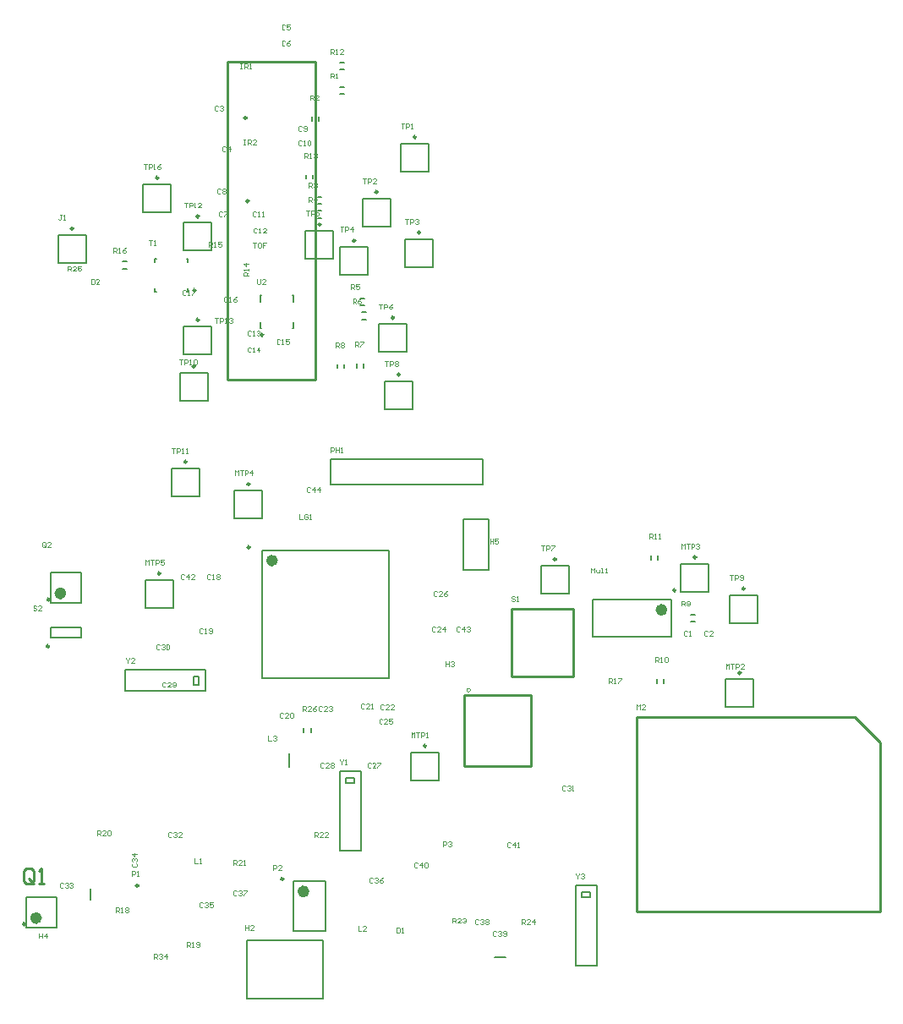
<source format=gto>
G04 Layer_Color=65535*
%FSLAX25Y25*%
%MOIN*%
G70*
G01*
G75*
%ADD46C,0.01000*%
%ADD60C,0.00200*%
%ADD61C,0.00984*%
%ADD62C,0.02362*%
%ADD63C,0.00500*%
%ADD64C,0.00787*%
%ADD65C,0.00492*%
D46*
X93700Y353300D02*
G03*
X93700Y353300I-500J0D01*
G01*
X94500Y320500D02*
G03*
X94500Y320500I-500J0D01*
G01*
X333326Y117000D02*
X343426Y106900D01*
Y40500D02*
Y106900D01*
X247426Y40500D02*
X343426D01*
X247426D02*
Y117000D01*
X333326D01*
X179488Y97616D02*
Y125802D01*
X205685Y97616D02*
Y125802D01*
X179488D02*
X205685D01*
X179488Y97616D02*
X205685D01*
X222520Y133100D02*
Y159600D01*
X198021D02*
X222520D01*
X198021Y133100D02*
Y159600D01*
Y133100D02*
X222520D01*
X86200Y375500D02*
X120700D01*
Y249900D02*
Y375500D01*
X86200Y249900D02*
X120700D01*
X86200D02*
Y375500D01*
X9899Y52400D02*
Y56398D01*
X8899Y57398D01*
X6900D01*
X5900Y56398D01*
Y52400D01*
X6900Y51400D01*
X8899D01*
X7899Y53399D02*
X9899Y51400D01*
X8899D02*
X9899Y52400D01*
X11898Y51400D02*
X13897D01*
X12898D01*
Y57398D01*
X11898Y56398D01*
D60*
X181912Y127660D02*
G03*
X181912Y127660I-742J0D01*
G01*
D61*
X51018Y50643D02*
G03*
X51018Y50643I-492J0D01*
G01*
X73547Y285295D02*
G03*
X73547Y285295I-492J0D01*
G01*
X262824Y167024D02*
G03*
X262824Y167024I-492J0D01*
G01*
X25292Y309571D02*
G03*
X25292Y309571I-492J0D01*
G01*
X164492Y105671D02*
G03*
X164492Y105671I-492J0D01*
G01*
X270892Y180071D02*
G03*
X270892Y180071I-492J0D01*
G01*
X59692Y173671D02*
G03*
X59692Y173671I-492J0D01*
G01*
X94892Y208871D02*
G03*
X94892Y208871I-492J0D01*
G01*
X108164Y53246D02*
G03*
X108164Y53246I-492J0D01*
G01*
X160492Y345671D02*
G03*
X160492Y345671I-492J0D01*
G01*
X145292Y324071D02*
G03*
X145292Y324071I-492J0D01*
G01*
X162092Y308071D02*
G03*
X162092Y308071I-492J0D01*
G01*
X122892Y311271D02*
G03*
X122892Y311271I-492J0D01*
G01*
X151692Y274471D02*
G03*
X151692Y274471I-492J0D01*
G01*
X215692Y179271D02*
G03*
X215692Y179271I-492J0D01*
G01*
X154092Y252071D02*
G03*
X154092Y252071I-492J0D01*
G01*
X290092Y167671D02*
G03*
X290092Y167671I-492J0D01*
G01*
X70092Y217671D02*
G03*
X70092Y217671I-492J0D01*
G01*
X74892Y314471D02*
G03*
X74892Y314471I-492J0D01*
G01*
X58892Y329671D02*
G03*
X58892Y329671I-492J0D01*
G01*
X100187Y267745D02*
G03*
X100187Y267745I-492J0D01*
G01*
X136492Y304871D02*
G03*
X136492Y304871I-492J0D01*
G01*
X94977Y183978D02*
G03*
X94977Y183978I-492J0D01*
G01*
X73292Y255271D02*
G03*
X73292Y255271I-492J0D01*
G01*
X15987Y163423D02*
G03*
X15987Y163423I-492J0D01*
G01*
X6387Y35423D02*
G03*
X6387Y35423I-492J0D01*
G01*
X15805Y144987D02*
G03*
X15805Y144987I-492J0D01*
G01*
X288492Y134471D02*
G03*
X288492Y134471I-492J0D01*
G01*
X74892Y273671D02*
G03*
X74892Y273671I-492J0D01*
G01*
D62*
X258395Y159346D02*
G03*
X258395Y159346I-1181J0D01*
G01*
X117219Y48305D02*
G03*
X117219Y48305I-1181J0D01*
G01*
X104820Y178761D02*
G03*
X104820Y178761I-1181J0D01*
G01*
X21416Y165835D02*
G03*
X21416Y165835I-1181J0D01*
G01*
X11816Y37835D02*
G03*
X11816Y37835I-1181J0D01*
G01*
D63*
X223300Y50600D02*
X231400D01*
X231600Y50400D01*
X223300Y19100D02*
X231400D01*
X223300D02*
Y50600D01*
X229252Y45994D02*
Y48000D01*
X225700D02*
X229252D01*
X225700Y45994D02*
Y48000D01*
Y45994D02*
X229252D01*
X227400Y48000D02*
X227600D01*
X227400Y46000D02*
X227600D01*
X231600Y19100D02*
Y50400D01*
X77300Y127500D02*
Y135600D01*
X77100Y127300D02*
X77300Y127500D01*
X45800D02*
Y135600D01*
X77300D01*
X72694Y129648D02*
X74700D01*
Y133200D01*
X72694D02*
X74700D01*
X72694Y129648D02*
Y133200D01*
X74700Y131300D02*
Y131500D01*
X72700Y131300D02*
Y131500D01*
X45800Y127300D02*
X77100D01*
X130300Y95800D02*
X138400D01*
X138600Y95600D01*
X130300Y64300D02*
X138400D01*
X130300D02*
Y95800D01*
X136252Y91194D02*
Y93200D01*
X132700D02*
X136252D01*
X132700Y91194D02*
Y93200D01*
Y91194D02*
X136252D01*
X134400Y93200D02*
X134600D01*
X134400Y91200D02*
X134600D01*
X138600Y64300D02*
Y95600D01*
X93885Y29151D02*
X123806D01*
X93885Y5923D02*
Y29151D01*
Y5923D02*
X123806D01*
Y29151D01*
D64*
X70496Y284704D02*
Y286121D01*
X70063Y284704D02*
X70496D01*
X57504D02*
X57937D01*
X57504D02*
Y286121D01*
Y296279D02*
Y297696D01*
X57937D01*
X70496Y296279D02*
Y297696D01*
X70063D02*
X70496D01*
X230049Y163284D02*
X261151D01*
X230049Y148716D02*
X261151D01*
Y163284D01*
X230049Y148716D02*
Y163284D01*
X191435Y22400D02*
X195765D01*
X19288Y307012D02*
X30312D01*
X30312Y295988D02*
Y307012D01*
X19288Y295988D02*
X30312D01*
X19288Y295988D02*
Y307012D01*
X158488Y103112D02*
X169512D01*
X169512Y92088D02*
Y103112D01*
X158488Y92088D02*
X169512D01*
X158488Y92088D02*
Y103112D01*
X264888Y177512D02*
X275912D01*
X275912Y166488D02*
Y177512D01*
X264888Y166488D02*
X275912D01*
X264888Y166488D02*
Y177512D01*
X53688Y171112D02*
X64712D01*
X64712Y160088D02*
Y171112D01*
X53688Y160088D02*
X64712D01*
X53688Y160088D02*
Y171112D01*
X88888Y206312D02*
X99912D01*
X99912Y195288D02*
Y206312D01*
X88888Y195288D02*
X99912D01*
X88888Y195288D02*
Y206312D01*
X112101Y32557D02*
Y52242D01*
X124699Y32557D02*
Y52242D01*
X112101D02*
X124699D01*
X112101Y32557D02*
X124699D01*
X130413Y362622D02*
X131987D01*
X130413Y365378D02*
X131987D01*
X268813Y157378D02*
X270387D01*
X268813Y154622D02*
X270387D01*
X258178Y130413D02*
Y131987D01*
X255422Y130413D02*
Y131987D01*
X253022Y179213D02*
Y180787D01*
X255778Y179213D02*
Y180787D01*
X130413Y372222D02*
X131987D01*
X130413Y374978D02*
X131987D01*
X117022Y329300D02*
Y330875D01*
X119778Y329300D02*
Y330875D01*
X44813Y293822D02*
X46387D01*
X44813Y296578D02*
X46387D01*
X118978Y111213D02*
Y112787D01*
X116222Y111213D02*
Y112787D01*
X154488Y343112D02*
X165512D01*
X165512Y332088D02*
Y343112D01*
X154488Y332088D02*
X165512D01*
X154488Y332088D02*
Y343112D01*
X139288Y321512D02*
X150312D01*
X150312Y310488D02*
Y321512D01*
X139288Y310488D02*
X150312D01*
X139288Y310488D02*
Y321512D01*
X156088Y305512D02*
X167112D01*
X167112Y294488D02*
Y305512D01*
X156088Y294488D02*
X167112D01*
X156088Y294488D02*
Y305512D01*
X116888Y308712D02*
X127912D01*
X127912Y297688D02*
Y308712D01*
X116888Y297688D02*
X127912D01*
X116888Y297688D02*
Y308712D01*
X145688Y271912D02*
X156712D01*
X156712Y260888D02*
Y271912D01*
X145688Y260888D02*
X156712D01*
X145688Y260888D02*
Y271912D01*
X209688Y176712D02*
X220712D01*
X220712Y165688D02*
Y176712D01*
X209688Y165688D02*
X220712D01*
X209688Y165688D02*
Y176712D01*
X148088Y249512D02*
X159112D01*
X159112Y238488D02*
Y249512D01*
X148088Y238488D02*
X159112D01*
X148088Y238488D02*
Y249512D01*
X284088Y165112D02*
X295112D01*
X295112Y154088D02*
Y165112D01*
X284088Y154088D02*
X295112D01*
X284088Y154088D02*
Y165112D01*
X64088Y215112D02*
X75112D01*
X75112Y204088D02*
Y215112D01*
X64088Y204088D02*
X75112D01*
X64088Y204088D02*
Y215112D01*
X68888Y311912D02*
X79912D01*
X79912Y300888D02*
Y311912D01*
X68888Y300888D02*
X79912D01*
X68888Y300888D02*
Y311912D01*
X52888Y327112D02*
X63912D01*
X63912Y316088D02*
Y327112D01*
X52888Y316088D02*
X63912D01*
X52888Y316088D02*
Y327112D01*
X112096Y270304D02*
Y272765D01*
X111604Y270304D02*
X112096D01*
Y280835D02*
Y283296D01*
X111604D02*
X112096D01*
X99104D02*
X99596D01*
X99104Y280835D02*
Y283296D01*
Y270304D02*
Y272765D01*
Y270304D02*
X99596D01*
X32000Y45035D02*
Y49365D01*
X110400Y97441D02*
Y102559D01*
X122178Y352013D02*
Y353587D01*
X119422Y352013D02*
Y353587D01*
X121613Y322178D02*
X123187D01*
X121613Y319422D02*
X123187D01*
X121613Y316578D02*
X123187D01*
X121613Y313822D02*
X123187D01*
X138413Y282178D02*
X139987D01*
X138413Y279422D02*
X139987D01*
X139213Y276578D02*
X140787D01*
X139213Y273822D02*
X140787D01*
X137022Y254813D02*
Y256387D01*
X139778Y254813D02*
Y256387D01*
X129322Y254613D02*
Y256187D01*
X132078Y254613D02*
Y256187D01*
X189000Y175200D02*
Y195200D01*
X179000D02*
X189000D01*
X179000Y175200D02*
Y195200D01*
Y175200D02*
X189000D01*
X126600Y208600D02*
X186600D01*
X126600Y218600D02*
X186600D01*
X126600Y208600D02*
Y218600D01*
X186600Y208600D02*
Y218600D01*
X130488Y302312D02*
X141512D01*
X141512Y291288D02*
Y302312D01*
X130488Y291288D02*
X141512D01*
X130488Y291288D02*
Y302312D01*
X99702Y132502D02*
X149898D01*
X99702Y182698D02*
X149898D01*
Y132502D02*
Y182698D01*
X99702Y132502D02*
Y182698D01*
X67288Y252712D02*
X78312D01*
X78312Y241688D02*
Y252712D01*
X67288Y241688D02*
X78312D01*
X67288Y241688D02*
Y252712D01*
X16298Y161898D02*
X28502D01*
X16298Y174102D02*
X28502D01*
X16298Y161898D02*
Y174102D01*
X28502Y161898D02*
Y174102D01*
X6698Y33898D02*
X18902D01*
X6698Y46102D02*
X18902D01*
X6698Y33898D02*
Y46102D01*
X18902Y33898D02*
Y46102D01*
X16495Y148432D02*
Y152368D01*
X28306Y148432D02*
Y152368D01*
X16495Y148432D02*
X28306D01*
X16495Y152368D02*
X28306D01*
X282488Y131912D02*
X293512D01*
X293512Y120888D02*
Y131912D01*
X282488Y120888D02*
X293512D01*
X282488Y120888D02*
Y131912D01*
X68888Y271112D02*
X79912D01*
X79912Y260088D02*
Y271112D01*
X68888Y260088D02*
X79912D01*
X68888Y260088D02*
Y271112D01*
D65*
X199312Y164240D02*
X198984Y164568D01*
X198328D01*
X198000Y164240D01*
Y163912D01*
X198328Y163584D01*
X198984D01*
X199312Y163256D01*
Y162928D01*
X198984Y162600D01*
X198328D01*
X198000Y162928D01*
X199968Y162600D02*
X200624D01*
X200296D01*
Y164568D01*
X199968Y164240D01*
X267412Y150640D02*
X267084Y150968D01*
X266428D01*
X266100Y150640D01*
Y149328D01*
X266428Y149000D01*
X267084D01*
X267412Y149328D01*
X268068Y149000D02*
X268724D01*
X268396D01*
Y150968D01*
X268068Y150640D01*
X275412D02*
X275084Y150968D01*
X274428D01*
X274100Y150640D01*
Y149328D01*
X274428Y149000D01*
X275084D01*
X275412Y149328D01*
X277380Y149000D02*
X276068D01*
X277380Y150312D01*
Y150640D01*
X277052Y150968D01*
X276396D01*
X276068Y150640D01*
X82512Y357740D02*
X82184Y358068D01*
X81528D01*
X81200Y357740D01*
Y356428D01*
X81528Y356100D01*
X82184D01*
X82512Y356428D01*
X83168Y357740D02*
X83496Y358068D01*
X84152D01*
X84480Y357740D01*
Y357412D01*
X84152Y357084D01*
X83824D01*
X84152D01*
X84480Y356756D01*
Y356428D01*
X84152Y356100D01*
X83496D01*
X83168Y356428D01*
X85312Y341640D02*
X84984Y341968D01*
X84328D01*
X84000Y341640D01*
Y340328D01*
X84328Y340000D01*
X84984D01*
X85312Y340328D01*
X86952Y340000D02*
Y341968D01*
X85968Y340984D01*
X87280D01*
X108912Y389740D02*
X108584Y390068D01*
X107928D01*
X107600Y389740D01*
Y388428D01*
X107928Y388100D01*
X108584D01*
X108912Y388428D01*
X110880Y390068D02*
X109568D01*
Y389084D01*
X110224Y389412D01*
X110552D01*
X110880Y389084D01*
Y388428D01*
X110552Y388100D01*
X109896D01*
X109568Y388428D01*
X108912Y383340D02*
X108584Y383668D01*
X107928D01*
X107600Y383340D01*
Y382028D01*
X107928Y381700D01*
X108584D01*
X108912Y382028D01*
X110880Y383668D02*
X110224Y383340D01*
X109568Y382684D01*
Y382028D01*
X109896Y381700D01*
X110552D01*
X110880Y382028D01*
Y382356D01*
X110552Y382684D01*
X109568D01*
X84112Y316140D02*
X83784Y316468D01*
X83128D01*
X82800Y316140D01*
Y314828D01*
X83128Y314500D01*
X83784D01*
X84112Y314828D01*
X84768Y316468D02*
X86080D01*
Y316140D01*
X84768Y314828D01*
Y314500D01*
X83312Y325040D02*
X82984Y325368D01*
X82328D01*
X82000Y325040D01*
Y323728D01*
X82328Y323400D01*
X82984D01*
X83312Y323728D01*
X83968Y325040D02*
X84296Y325368D01*
X84952D01*
X85280Y325040D01*
Y324712D01*
X84952Y324384D01*
X85280Y324056D01*
Y323728D01*
X84952Y323400D01*
X84296D01*
X83968Y323728D01*
Y324056D01*
X84296Y324384D01*
X83968Y324712D01*
Y325040D01*
X84296Y324384D02*
X84952D01*
X115312Y349740D02*
X114984Y350068D01*
X114328D01*
X114000Y349740D01*
Y348428D01*
X114328Y348100D01*
X114984D01*
X115312Y348428D01*
X115968D02*
X116296Y348100D01*
X116952D01*
X117280Y348428D01*
Y349740D01*
X116952Y350068D01*
X116296D01*
X115968Y349740D01*
Y349412D01*
X116296Y349084D01*
X117280D01*
X115312Y344140D02*
X114984Y344468D01*
X114328D01*
X114000Y344140D01*
Y342828D01*
X114328Y342500D01*
X114984D01*
X115312Y342828D01*
X115968Y342500D02*
X116624D01*
X116296D01*
Y344468D01*
X115968Y344140D01*
X117608D02*
X117936Y344468D01*
X118592D01*
X118920Y344140D01*
Y342828D01*
X118592Y342500D01*
X117936D01*
X117608Y342828D01*
Y344140D01*
X97512Y315940D02*
X97184Y316268D01*
X96528D01*
X96200Y315940D01*
Y314628D01*
X96528Y314300D01*
X97184D01*
X97512Y314628D01*
X98168Y314300D02*
X98824D01*
X98496D01*
Y316268D01*
X98168Y315940D01*
X99808Y314300D02*
X100464D01*
X100136D01*
Y316268D01*
X99808Y315940D01*
X97712Y309540D02*
X97384Y309868D01*
X96728D01*
X96400Y309540D01*
Y308228D01*
X96728Y307900D01*
X97384D01*
X97712Y308228D01*
X98368Y307900D02*
X99024D01*
X98696D01*
Y309868D01*
X98368Y309540D01*
X101320Y307900D02*
X100008D01*
X101320Y309212D01*
Y309540D01*
X100992Y309868D01*
X100336D01*
X100008Y309540D01*
X95312Y268940D02*
X94984Y269268D01*
X94328D01*
X94000Y268940D01*
Y267628D01*
X94328Y267300D01*
X94984D01*
X95312Y267628D01*
X95968Y267300D02*
X96624D01*
X96296D01*
Y269268D01*
X95968Y268940D01*
X97608D02*
X97936Y269268D01*
X98592D01*
X98920Y268940D01*
Y268612D01*
X98592Y268284D01*
X98264D01*
X98592D01*
X98920Y267956D01*
Y267628D01*
X98592Y267300D01*
X97936D01*
X97608Y267628D01*
X95312Y262540D02*
X94984Y262868D01*
X94328D01*
X94000Y262540D01*
Y261228D01*
X94328Y260900D01*
X94984D01*
X95312Y261228D01*
X95968Y260900D02*
X96624D01*
X96296D01*
Y262868D01*
X95968Y262540D01*
X98592Y260900D02*
Y262868D01*
X97608Y261884D01*
X98920D01*
X106912Y265640D02*
X106584Y265968D01*
X105928D01*
X105600Y265640D01*
Y264328D01*
X105928Y264000D01*
X106584D01*
X106912Y264328D01*
X107568Y264000D02*
X108224D01*
X107896D01*
Y265968D01*
X107568Y265640D01*
X110520Y265968D02*
X109208D01*
Y264984D01*
X109864Y265312D01*
X110192D01*
X110520Y264984D01*
Y264328D01*
X110192Y264000D01*
X109536D01*
X109208Y264328D01*
X86112Y282440D02*
X85784Y282768D01*
X85128D01*
X84800Y282440D01*
Y281128D01*
X85128Y280800D01*
X85784D01*
X86112Y281128D01*
X86768Y280800D02*
X87424D01*
X87096D01*
Y282768D01*
X86768Y282440D01*
X89720Y282768D02*
X89064Y282440D01*
X88408Y281784D01*
Y281128D01*
X88736Y280800D01*
X89392D01*
X89720Y281128D01*
Y281456D01*
X89392Y281784D01*
X88408D01*
X69812Y285040D02*
X69484Y285368D01*
X68828D01*
X68500Y285040D01*
Y283728D01*
X68828Y283400D01*
X69484D01*
X69812Y283728D01*
X70468Y283400D02*
X71124D01*
X70796D01*
Y285368D01*
X70468Y285040D01*
X72108Y285368D02*
X73420D01*
Y285040D01*
X72108Y283728D01*
Y283400D01*
X79412Y173040D02*
X79084Y173368D01*
X78428D01*
X78100Y173040D01*
Y171728D01*
X78428Y171400D01*
X79084D01*
X79412Y171728D01*
X80068Y171400D02*
X80724D01*
X80396D01*
Y173368D01*
X80068Y173040D01*
X81708D02*
X82036Y173368D01*
X82692D01*
X83020Y173040D01*
Y172712D01*
X82692Y172384D01*
X83020Y172056D01*
Y171728D01*
X82692Y171400D01*
X82036D01*
X81708Y171728D01*
Y172056D01*
X82036Y172384D01*
X81708Y172712D01*
Y173040D01*
X82036Y172384D02*
X82692D01*
X76412Y151840D02*
X76084Y152168D01*
X75428D01*
X75100Y151840D01*
Y150528D01*
X75428Y150200D01*
X76084D01*
X76412Y150528D01*
X77068Y150200D02*
X77724D01*
X77396D01*
Y152168D01*
X77068Y151840D01*
X78708Y150528D02*
X79036Y150200D01*
X79692D01*
X80020Y150528D01*
Y151840D01*
X79692Y152168D01*
X79036D01*
X78708Y151840D01*
Y151512D01*
X79036Y151184D01*
X80020D01*
X108112Y118440D02*
X107784Y118768D01*
X107128D01*
X106800Y118440D01*
Y117128D01*
X107128Y116800D01*
X107784D01*
X108112Y117128D01*
X110080Y116800D02*
X108768D01*
X110080Y118112D01*
Y118440D01*
X109752Y118768D01*
X109096D01*
X108768Y118440D01*
X110736D02*
X111064Y118768D01*
X111720D01*
X112048Y118440D01*
Y117128D01*
X111720Y116800D01*
X111064D01*
X110736Y117128D01*
Y118440D01*
X140212Y121896D02*
X139884Y122224D01*
X139228D01*
X138900Y121896D01*
Y120584D01*
X139228Y120256D01*
X139884D01*
X140212Y120584D01*
X142180Y120256D02*
X140868D01*
X142180Y121568D01*
Y121896D01*
X141852Y122224D01*
X141196D01*
X140868Y121896D01*
X142836Y120256D02*
X143492D01*
X143164D01*
Y122224D01*
X142836Y121896D01*
X147712Y121640D02*
X147384Y121968D01*
X146728D01*
X146400Y121640D01*
Y120328D01*
X146728Y120000D01*
X147384D01*
X147712Y120328D01*
X149680Y120000D02*
X148368D01*
X149680Y121312D01*
Y121640D01*
X149352Y121968D01*
X148696D01*
X148368Y121640D01*
X151648Y120000D02*
X150336D01*
X151648Y121312D01*
Y121640D01*
X151320Y121968D01*
X150664D01*
X150336Y121640D01*
X123412Y121040D02*
X123084Y121368D01*
X122428D01*
X122100Y121040D01*
Y119728D01*
X122428Y119400D01*
X123084D01*
X123412Y119728D01*
X125380Y119400D02*
X124068D01*
X125380Y120712D01*
Y121040D01*
X125052Y121368D01*
X124396D01*
X124068Y121040D01*
X126036D02*
X126364Y121368D01*
X127020D01*
X127348Y121040D01*
Y120712D01*
X127020Y120384D01*
X126692D01*
X127020D01*
X127348Y120056D01*
Y119728D01*
X127020Y119400D01*
X126364D01*
X126036Y119728D01*
X168212Y152240D02*
X167884Y152568D01*
X167228D01*
X166900Y152240D01*
Y150928D01*
X167228Y150600D01*
X167884D01*
X168212Y150928D01*
X170180Y150600D02*
X168868D01*
X170180Y151912D01*
Y152240D01*
X169852Y152568D01*
X169196D01*
X168868Y152240D01*
X171820Y150600D02*
Y152568D01*
X170836Y151584D01*
X172148D01*
X147256Y116140D02*
X146928Y116468D01*
X146272D01*
X145944Y116140D01*
Y114828D01*
X146272Y114500D01*
X146928D01*
X147256Y114828D01*
X149224Y114500D02*
X147912D01*
X149224Y115812D01*
Y116140D01*
X148896Y116468D01*
X148240D01*
X147912Y116140D01*
X151192Y116468D02*
X149880D01*
Y115484D01*
X150536Y115812D01*
X150864D01*
X151192Y115484D01*
Y114828D01*
X150864Y114500D01*
X150208D01*
X149880Y114828D01*
X168712Y166440D02*
X168384Y166768D01*
X167728D01*
X167400Y166440D01*
Y165128D01*
X167728Y164800D01*
X168384D01*
X168712Y165128D01*
X170680Y164800D02*
X169368D01*
X170680Y166112D01*
Y166440D01*
X170352Y166768D01*
X169696D01*
X169368Y166440D01*
X172648Y166768D02*
X171992Y166440D01*
X171336Y165784D01*
Y165128D01*
X171664Y164800D01*
X172320D01*
X172648Y165128D01*
Y165456D01*
X172320Y165784D01*
X171336D01*
X142612Y98640D02*
X142284Y98968D01*
X141628D01*
X141300Y98640D01*
Y97328D01*
X141628Y97000D01*
X142284D01*
X142612Y97328D01*
X144580Y97000D02*
X143268D01*
X144580Y98312D01*
Y98640D01*
X144252Y98968D01*
X143596D01*
X143268Y98640D01*
X145236Y98968D02*
X146548D01*
Y98640D01*
X145236Y97328D01*
Y97000D01*
X124212Y98640D02*
X123884Y98968D01*
X123228D01*
X122900Y98640D01*
Y97328D01*
X123228Y97000D01*
X123884D01*
X124212Y97328D01*
X126180Y97000D02*
X124868D01*
X126180Y98312D01*
Y98640D01*
X125852Y98968D01*
X125196D01*
X124868Y98640D01*
X126836D02*
X127164Y98968D01*
X127820D01*
X128148Y98640D01*
Y98312D01*
X127820Y97984D01*
X128148Y97656D01*
Y97328D01*
X127820Y97000D01*
X127164D01*
X126836Y97328D01*
Y97656D01*
X127164Y97984D01*
X126836Y98312D01*
Y98640D01*
X127164Y97984D02*
X127820D01*
X61712Y130540D02*
X61384Y130868D01*
X60728D01*
X60400Y130540D01*
Y129228D01*
X60728Y128900D01*
X61384D01*
X61712Y129228D01*
X63680Y128900D02*
X62368D01*
X63680Y130212D01*
Y130540D01*
X63352Y130868D01*
X62696D01*
X62368Y130540D01*
X64336Y129228D02*
X64664Y128900D01*
X65320D01*
X65648Y129228D01*
Y130540D01*
X65320Y130868D01*
X64664D01*
X64336Y130540D01*
Y130212D01*
X64664Y129884D01*
X65648D01*
X59312Y145440D02*
X58984Y145768D01*
X58328D01*
X58000Y145440D01*
Y144128D01*
X58328Y143800D01*
X58984D01*
X59312Y144128D01*
X59968Y145440D02*
X60296Y145768D01*
X60952D01*
X61280Y145440D01*
Y145112D01*
X60952Y144784D01*
X60624D01*
X60952D01*
X61280Y144456D01*
Y144128D01*
X60952Y143800D01*
X60296D01*
X59968Y144128D01*
X61936Y145440D02*
X62264Y145768D01*
X62920D01*
X63248Y145440D01*
Y144128D01*
X62920Y143800D01*
X62264D01*
X61936Y144128D01*
Y145440D01*
X219312Y89740D02*
X218984Y90068D01*
X218328D01*
X218000Y89740D01*
Y88428D01*
X218328Y88100D01*
X218984D01*
X219312Y88428D01*
X219968Y89740D02*
X220296Y90068D01*
X220952D01*
X221280Y89740D01*
Y89412D01*
X220952Y89084D01*
X220624D01*
X220952D01*
X221280Y88756D01*
Y88428D01*
X220952Y88100D01*
X220296D01*
X219968Y88428D01*
X221936Y88100D02*
X222592D01*
X222264D01*
Y90068D01*
X221936Y89740D01*
X64212Y71440D02*
X63884Y71768D01*
X63228D01*
X62900Y71440D01*
Y70128D01*
X63228Y69800D01*
X63884D01*
X64212Y70128D01*
X64868Y71440D02*
X65196Y71768D01*
X65852D01*
X66180Y71440D01*
Y71112D01*
X65852Y70784D01*
X65524D01*
X65852D01*
X66180Y70456D01*
Y70128D01*
X65852Y69800D01*
X65196D01*
X64868Y70128D01*
X68148Y69800D02*
X66836D01*
X68148Y71112D01*
Y71440D01*
X67820Y71768D01*
X67164D01*
X66836Y71440D01*
X21312Y51240D02*
X20984Y51568D01*
X20328D01*
X20000Y51240D01*
Y49928D01*
X20328Y49600D01*
X20984D01*
X21312Y49928D01*
X21968Y51240D02*
X22296Y51568D01*
X22952D01*
X23280Y51240D01*
Y50912D01*
X22952Y50584D01*
X22624D01*
X22952D01*
X23280Y50256D01*
Y49928D01*
X22952Y49600D01*
X22296D01*
X21968Y49928D01*
X23936Y51240D02*
X24264Y51568D01*
X24920D01*
X25248Y51240D01*
Y50912D01*
X24920Y50584D01*
X24592D01*
X24920D01*
X25248Y50256D01*
Y49928D01*
X24920Y49600D01*
X24264D01*
X23936Y49928D01*
X48760Y59356D02*
X48432Y59028D01*
Y58372D01*
X48760Y58044D01*
X50072D01*
X50400Y58372D01*
Y59028D01*
X50072Y59356D01*
X48760Y60012D02*
X48432Y60340D01*
Y60996D01*
X48760Y61324D01*
X49088D01*
X49416Y60996D01*
Y60668D01*
Y60996D01*
X49744Y61324D01*
X50072D01*
X50400Y60996D01*
Y60340D01*
X50072Y60012D01*
X50400Y62964D02*
X48432D01*
X49416Y61980D01*
Y63292D01*
X76512Y43596D02*
X76184Y43924D01*
X75528D01*
X75200Y43596D01*
Y42284D01*
X75528Y41956D01*
X76184D01*
X76512Y42284D01*
X77168Y43596D02*
X77496Y43924D01*
X78152D01*
X78480Y43596D01*
Y43268D01*
X78152Y42940D01*
X77824D01*
X78152D01*
X78480Y42612D01*
Y42284D01*
X78152Y41956D01*
X77496D01*
X77168Y42284D01*
X80448Y43924D02*
X79136D01*
Y42940D01*
X79792Y43268D01*
X80120D01*
X80448Y42940D01*
Y42284D01*
X80120Y41956D01*
X79464D01*
X79136Y42284D01*
X143412Y53440D02*
X143084Y53768D01*
X142428D01*
X142100Y53440D01*
Y52128D01*
X142428Y51800D01*
X143084D01*
X143412Y52128D01*
X144068Y53440D02*
X144396Y53768D01*
X145052D01*
X145380Y53440D01*
Y53112D01*
X145052Y52784D01*
X144724D01*
X145052D01*
X145380Y52456D01*
Y52128D01*
X145052Y51800D01*
X144396D01*
X144068Y52128D01*
X147348Y53768D02*
X146692Y53440D01*
X146036Y52784D01*
Y52128D01*
X146364Y51800D01*
X147020D01*
X147348Y52128D01*
Y52456D01*
X147020Y52784D01*
X146036D01*
X89812Y48240D02*
X89484Y48568D01*
X88828D01*
X88500Y48240D01*
Y46928D01*
X88828Y46600D01*
X89484D01*
X89812Y46928D01*
X90468Y48240D02*
X90796Y48568D01*
X91452D01*
X91780Y48240D01*
Y47912D01*
X91452Y47584D01*
X91124D01*
X91452D01*
X91780Y47256D01*
Y46928D01*
X91452Y46600D01*
X90796D01*
X90468Y46928D01*
X92436Y48568D02*
X93748D01*
Y48240D01*
X92436Y46928D01*
Y46600D01*
X185012Y37040D02*
X184684Y37368D01*
X184028D01*
X183700Y37040D01*
Y35728D01*
X184028Y35400D01*
X184684D01*
X185012Y35728D01*
X185668Y37040D02*
X185996Y37368D01*
X186652D01*
X186980Y37040D01*
Y36712D01*
X186652Y36384D01*
X186324D01*
X186652D01*
X186980Y36056D01*
Y35728D01*
X186652Y35400D01*
X185996D01*
X185668Y35728D01*
X187636Y37040D02*
X187964Y37368D01*
X188620D01*
X188948Y37040D01*
Y36712D01*
X188620Y36384D01*
X188948Y36056D01*
Y35728D01*
X188620Y35400D01*
X187964D01*
X187636Y35728D01*
Y36056D01*
X187964Y36384D01*
X187636Y36712D01*
Y37040D01*
X187964Y36384D02*
X188620D01*
X192212Y32240D02*
X191884Y32568D01*
X191228D01*
X190900Y32240D01*
Y30928D01*
X191228Y30600D01*
X191884D01*
X192212Y30928D01*
X192868Y32240D02*
X193196Y32568D01*
X193852D01*
X194180Y32240D01*
Y31912D01*
X193852Y31584D01*
X193524D01*
X193852D01*
X194180Y31256D01*
Y30928D01*
X193852Y30600D01*
X193196D01*
X192868Y30928D01*
X194836D02*
X195164Y30600D01*
X195820D01*
X196148Y30928D01*
Y32240D01*
X195820Y32568D01*
X195164D01*
X194836Y32240D01*
Y31912D01*
X195164Y31584D01*
X196148D01*
X161012Y59440D02*
X160684Y59768D01*
X160028D01*
X159700Y59440D01*
Y58128D01*
X160028Y57800D01*
X160684D01*
X161012Y58128D01*
X162652Y57800D02*
Y59768D01*
X161668Y58784D01*
X162980D01*
X163636Y59440D02*
X163964Y59768D01*
X164620D01*
X164948Y59440D01*
Y58128D01*
X164620Y57800D01*
X163964D01*
X163636Y58128D01*
Y59440D01*
X197812Y67440D02*
X197484Y67768D01*
X196828D01*
X196500Y67440D01*
Y66128D01*
X196828Y65800D01*
X197484D01*
X197812Y66128D01*
X199452Y65800D02*
Y67768D01*
X198468Y66784D01*
X199780D01*
X200436Y65800D02*
X201092D01*
X200764D01*
Y67768D01*
X200436Y67440D01*
X189600Y187368D02*
Y185400D01*
Y186384D01*
X190912D01*
Y187368D01*
Y185400D01*
X192880Y187368D02*
X191568D01*
Y186384D01*
X192224Y186712D01*
X192552D01*
X192880Y186384D01*
Y185728D01*
X192552Y185400D01*
X191896D01*
X191568Y185728D01*
X32300Y289668D02*
Y287700D01*
X33284D01*
X33612Y288028D01*
Y289340D01*
X33284Y289668D01*
X32300D01*
X35580Y287700D02*
X34268D01*
X35580Y289012D01*
Y289340D01*
X35252Y289668D01*
X34596D01*
X34268Y289340D01*
X93000Y35068D02*
Y33100D01*
Y34084D01*
X94312D01*
Y35068D01*
Y33100D01*
X96280D02*
X94968D01*
X96280Y34412D01*
Y34740D01*
X95952Y35068D01*
X95296D01*
X94968Y34740D01*
X172196Y139099D02*
Y137131D01*
Y138115D01*
X173508D01*
Y139099D01*
Y137131D01*
X174164Y138771D02*
X174492Y139099D01*
X175148D01*
X175476Y138771D01*
Y138443D01*
X175148Y138115D01*
X174820D01*
X175148D01*
X175476Y137787D01*
Y137459D01*
X175148Y137131D01*
X174492D01*
X174164Y137459D01*
X11800Y31868D02*
Y29900D01*
Y30884D01*
X13112D01*
Y31868D01*
Y29900D01*
X14752D02*
Y31868D01*
X13768Y30884D01*
X15080D01*
X91200Y374768D02*
X91856D01*
X91528D01*
Y372800D01*
X91200D01*
X91856D01*
X92840D02*
Y374768D01*
X93824D01*
X94152Y374440D01*
Y373784D01*
X93824Y373456D01*
X92840D01*
X93496D02*
X94152Y372800D01*
X94808D02*
X95464D01*
X95136D01*
Y374768D01*
X94808Y374440D01*
X20712Y314968D02*
X20056D01*
X20384D01*
Y313328D01*
X20056Y313000D01*
X19728D01*
X19400Y313328D01*
X21368Y313000D02*
X22024D01*
X21696D01*
Y314968D01*
X21368Y314640D01*
X73200Y61268D02*
Y59300D01*
X74512D01*
X75168D02*
X75824D01*
X75496D01*
Y61268D01*
X75168Y60940D01*
X137600Y34768D02*
Y32800D01*
X138912D01*
X140880D02*
X139568D01*
X140880Y34112D01*
Y34440D01*
X140552Y34768D01*
X139896D01*
X139568Y34440D01*
X102000Y109568D02*
Y107600D01*
X103312D01*
X103968Y109240D02*
X104296Y109568D01*
X104952D01*
X105280Y109240D01*
Y108912D01*
X104952Y108584D01*
X104624D01*
X104952D01*
X105280Y108256D01*
Y107928D01*
X104952Y107600D01*
X104296D01*
X103968Y107928D01*
X114400Y197168D02*
Y195200D01*
X115712D01*
X117680Y196840D02*
X117352Y197168D01*
X116696D01*
X116368Y196840D01*
Y195528D01*
X116696Y195200D01*
X117352D01*
X117680Y195528D01*
Y196184D01*
X117024D01*
X118336Y195200D02*
X118992D01*
X118664D01*
Y197168D01*
X118336Y196840D01*
X158600Y109100D02*
Y111068D01*
X159256Y110412D01*
X159912Y111068D01*
Y109100D01*
X160568Y111068D02*
X161880D01*
X161224D01*
Y109100D01*
X162536D02*
Y111068D01*
X163520D01*
X163848Y110740D01*
Y110084D01*
X163520Y109756D01*
X162536D01*
X164504Y109100D02*
X165159D01*
X164832D01*
Y111068D01*
X164504Y110740D01*
X282600Y136200D02*
Y138168D01*
X283256Y137512D01*
X283912Y138168D01*
Y136200D01*
X284568Y138168D02*
X285880D01*
X285224D01*
Y136200D01*
X286536D02*
Y138168D01*
X287520D01*
X287848Y137840D01*
Y137184D01*
X287520Y136856D01*
X286536D01*
X289815Y136200D02*
X288504D01*
X289815Y137512D01*
Y137840D01*
X289488Y138168D01*
X288832D01*
X288504Y137840D01*
X265000Y183500D02*
Y185468D01*
X265656Y184812D01*
X266312Y185468D01*
Y183500D01*
X266968Y185468D02*
X268280D01*
X267624D01*
Y183500D01*
X268936D02*
Y185468D01*
X269920D01*
X270248Y185140D01*
Y184484D01*
X269920Y184156D01*
X268936D01*
X270904Y185140D02*
X271232Y185468D01*
X271887D01*
X272216Y185140D01*
Y184812D01*
X271887Y184484D01*
X271560D01*
X271887D01*
X272216Y184156D01*
Y183828D01*
X271887Y183500D01*
X271232D01*
X270904Y183828D01*
X53800Y177100D02*
Y179068D01*
X54456Y178412D01*
X55112Y179068D01*
Y177100D01*
X55768Y179068D02*
X57080D01*
X56424D01*
Y177100D01*
X57736D02*
Y179068D01*
X58720D01*
X59048Y178740D01*
Y178084D01*
X58720Y177756D01*
X57736D01*
X61015Y179068D02*
X59704D01*
Y178084D01*
X60360Y178412D01*
X60688D01*
X61015Y178084D01*
Y177428D01*
X60688Y177100D01*
X60032D01*
X59704Y177428D01*
X89000Y212300D02*
Y214268D01*
X89656Y213612D01*
X90312Y214268D01*
Y212300D01*
X90968Y214268D02*
X92280D01*
X91624D01*
Y212300D01*
X92936D02*
Y214268D01*
X93920D01*
X94248Y213940D01*
Y213284D01*
X93920Y212956D01*
X92936D01*
X95888Y212300D02*
Y214268D01*
X94904Y213284D01*
X96215D01*
X229500Y173900D02*
Y175868D01*
X230156Y175212D01*
X230812Y175868D01*
Y173900D01*
X231468Y175212D02*
Y174228D01*
X231796Y173900D01*
X232780D01*
Y175212D01*
X233436Y173900D02*
X234092D01*
X233764D01*
Y175868D01*
X233436D01*
X235076Y173900D02*
X235732D01*
X235404D01*
Y175868D01*
X235076Y175540D01*
X48400Y54500D02*
Y56468D01*
X49384D01*
X49712Y56140D01*
Y55484D01*
X49384Y55156D01*
X48400D01*
X50368Y54500D02*
X51024D01*
X50696D01*
Y56468D01*
X50368Y56140D01*
X104200Y56700D02*
Y58668D01*
X105184D01*
X105512Y58340D01*
Y57684D01*
X105184Y57356D01*
X104200D01*
X107480Y56700D02*
X106168D01*
X107480Y58012D01*
Y58340D01*
X107152Y58668D01*
X106496D01*
X106168Y58340D01*
X171000Y66100D02*
Y68068D01*
X171984D01*
X172312Y67740D01*
Y67084D01*
X171984Y66756D01*
X171000D01*
X172968Y67740D02*
X173296Y68068D01*
X173952D01*
X174280Y67740D01*
Y67412D01*
X173952Y67084D01*
X173624D01*
X173952D01*
X174280Y66756D01*
Y66428D01*
X173952Y66100D01*
X173296D01*
X172968Y66428D01*
X14312Y184328D02*
Y185640D01*
X13984Y185968D01*
X13328D01*
X13000Y185640D01*
Y184328D01*
X13328Y184000D01*
X13984D01*
X13656Y184656D02*
X14312Y184000D01*
X13984D02*
X14312Y184328D01*
X16280Y184000D02*
X14968D01*
X16280Y185312D01*
Y185640D01*
X15952Y185968D01*
X15296D01*
X14968Y185640D01*
X126800Y368900D02*
Y370868D01*
X127784D01*
X128112Y370540D01*
Y369884D01*
X127784Y369556D01*
X126800D01*
X127456D02*
X128112Y368900D01*
X128768D02*
X129424D01*
X129096D01*
Y370868D01*
X128768Y370540D01*
X265200Y160900D02*
Y162868D01*
X266184D01*
X266512Y162540D01*
Y161884D01*
X266184Y161556D01*
X265200D01*
X265856D02*
X266512Y160900D01*
X267168Y161228D02*
X267496Y160900D01*
X268152D01*
X268480Y161228D01*
Y162540D01*
X268152Y162868D01*
X267496D01*
X267168Y162540D01*
Y162212D01*
X267496Y161884D01*
X268480D01*
X254900Y138600D02*
Y140568D01*
X255884D01*
X256212Y140240D01*
Y139584D01*
X255884Y139256D01*
X254900D01*
X255556D02*
X256212Y138600D01*
X256868D02*
X257524D01*
X257196D01*
Y140568D01*
X256868Y140240D01*
X258508D02*
X258836Y140568D01*
X259492D01*
X259820Y140240D01*
Y138928D01*
X259492Y138600D01*
X258836D01*
X258508Y138928D01*
Y140240D01*
X252500Y187400D02*
Y189368D01*
X253484D01*
X253812Y189040D01*
Y188384D01*
X253484Y188056D01*
X252500D01*
X253156D02*
X253812Y187400D01*
X254468D02*
X255124D01*
X254796D01*
Y189368D01*
X254468Y189040D01*
X256108Y187400D02*
X256764D01*
X256436D01*
Y189368D01*
X256108Y189040D01*
X126800Y378500D02*
Y380468D01*
X127784D01*
X128112Y380140D01*
Y379484D01*
X127784Y379156D01*
X126800D01*
X127456D02*
X128112Y378500D01*
X128768D02*
X129424D01*
X129096D01*
Y380468D01*
X128768Y380140D01*
X131720Y378500D02*
X130408D01*
X131720Y379812D01*
Y380140D01*
X131392Y380468D01*
X130736D01*
X130408Y380140D01*
X116500Y337500D02*
Y339468D01*
X117484D01*
X117812Y339140D01*
Y338484D01*
X117484Y338156D01*
X116500D01*
X117156D02*
X117812Y337500D01*
X118468D02*
X119124D01*
X118796D01*
Y339468D01*
X118468Y339140D01*
X120108D02*
X120436Y339468D01*
X121092D01*
X121420Y339140D01*
Y338812D01*
X121092Y338484D01*
X120764D01*
X121092D01*
X121420Y338156D01*
Y337828D01*
X121092Y337500D01*
X120436D01*
X120108Y337828D01*
X94400Y291200D02*
X92432D01*
Y292184D01*
X92760Y292512D01*
X93416D01*
X93744Y292184D01*
Y291200D01*
Y291856D02*
X94400Y292512D01*
Y293168D02*
Y293824D01*
Y293496D01*
X92432D01*
X92760Y293168D01*
X94400Y295792D02*
X92432D01*
X93416Y294808D01*
Y296120D01*
X78800Y302500D02*
Y304468D01*
X79784D01*
X80112Y304140D01*
Y303484D01*
X79784Y303156D01*
X78800D01*
X79456D02*
X80112Y302500D01*
X80768D02*
X81424D01*
X81096D01*
Y304468D01*
X80768Y304140D01*
X83720Y304468D02*
X82408D01*
Y303484D01*
X83064Y303812D01*
X83392D01*
X83720Y303484D01*
Y302828D01*
X83392Y302500D01*
X82736D01*
X82408Y302828D01*
X41200Y300100D02*
Y302068D01*
X42184D01*
X42512Y301740D01*
Y301084D01*
X42184Y300756D01*
X41200D01*
X41856D02*
X42512Y300100D01*
X43168D02*
X43824D01*
X43496D01*
Y302068D01*
X43168Y301740D01*
X46120Y302068D02*
X45464Y301740D01*
X44808Y301084D01*
Y300428D01*
X45136Y300100D01*
X45792D01*
X46120Y300428D01*
Y300756D01*
X45792Y301084D01*
X44808D01*
X236400Y130500D02*
Y132468D01*
X237384D01*
X237712Y132140D01*
Y131484D01*
X237384Y131156D01*
X236400D01*
X237056D02*
X237712Y130500D01*
X238368D02*
X239024D01*
X238696D01*
Y132468D01*
X238368Y132140D01*
X240008Y132468D02*
X241320D01*
Y132140D01*
X240008Y130828D01*
Y130500D01*
X42100Y40200D02*
Y42168D01*
X43084D01*
X43412Y41840D01*
Y41184D01*
X43084Y40856D01*
X42100D01*
X42756D02*
X43412Y40200D01*
X44068D02*
X44724D01*
X44396D01*
Y42168D01*
X44068Y41840D01*
X45708D02*
X46036Y42168D01*
X46692D01*
X47020Y41840D01*
Y41512D01*
X46692Y41184D01*
X47020Y40856D01*
Y40528D01*
X46692Y40200D01*
X46036D01*
X45708Y40528D01*
Y40856D01*
X46036Y41184D01*
X45708Y41512D01*
Y41840D01*
X46036Y41184D02*
X46692D01*
X70100Y26300D02*
Y28268D01*
X71084D01*
X71412Y27940D01*
Y27284D01*
X71084Y26956D01*
X70100D01*
X70756D02*
X71412Y26300D01*
X72068D02*
X72724D01*
X72396D01*
Y28268D01*
X72068Y27940D01*
X73708Y26628D02*
X74036Y26300D01*
X74692D01*
X75020Y26628D01*
Y27940D01*
X74692Y28268D01*
X74036D01*
X73708Y27940D01*
Y27612D01*
X74036Y27284D01*
X75020D01*
X34800Y70500D02*
Y72468D01*
X35784D01*
X36112Y72140D01*
Y71484D01*
X35784Y71156D01*
X34800D01*
X35456D02*
X36112Y70500D01*
X38080D02*
X36768D01*
X38080Y71812D01*
Y72140D01*
X37752Y72468D01*
X37096D01*
X36768Y72140D01*
X38736D02*
X39064Y72468D01*
X39720D01*
X40048Y72140D01*
Y70828D01*
X39720Y70500D01*
X39064D01*
X38736Y70828D01*
Y72140D01*
X88500Y58600D02*
Y60568D01*
X89484D01*
X89812Y60240D01*
Y59584D01*
X89484Y59256D01*
X88500D01*
X89156D02*
X89812Y58600D01*
X91780D02*
X90468D01*
X91780Y59912D01*
Y60240D01*
X91452Y60568D01*
X90796D01*
X90468Y60240D01*
X92436Y58600D02*
X93092D01*
X92764D01*
Y60568D01*
X92436Y60240D01*
X120400Y69700D02*
Y71668D01*
X121384D01*
X121712Y71340D01*
Y70684D01*
X121384Y70356D01*
X120400D01*
X121056D02*
X121712Y69700D01*
X123680D02*
X122368D01*
X123680Y71012D01*
Y71340D01*
X123352Y71668D01*
X122696D01*
X122368Y71340D01*
X125648Y69700D02*
X124336D01*
X125648Y71012D01*
Y71340D01*
X125320Y71668D01*
X124664D01*
X124336Y71340D01*
X174900Y35900D02*
Y37868D01*
X175884D01*
X176212Y37540D01*
Y36884D01*
X175884Y36556D01*
X174900D01*
X175556D02*
X176212Y35900D01*
X178180D02*
X176868D01*
X178180Y37212D01*
Y37540D01*
X177852Y37868D01*
X177196D01*
X176868Y37540D01*
X178836D02*
X179164Y37868D01*
X179820D01*
X180148Y37540D01*
Y37212D01*
X179820Y36884D01*
X179492D01*
X179820D01*
X180148Y36556D01*
Y36228D01*
X179820Y35900D01*
X179164D01*
X178836Y36228D01*
X202100Y35400D02*
Y37368D01*
X203084D01*
X203412Y37040D01*
Y36384D01*
X203084Y36056D01*
X202100D01*
X202756D02*
X203412Y35400D01*
X205380D02*
X204068D01*
X205380Y36712D01*
Y37040D01*
X205052Y37368D01*
X204396D01*
X204068Y37040D01*
X207020Y35400D02*
Y37368D01*
X206036Y36384D01*
X207348D01*
X23200Y292900D02*
Y294868D01*
X24184D01*
X24512Y294540D01*
Y293884D01*
X24184Y293556D01*
X23200D01*
X23856D02*
X24512Y292900D01*
X26480D02*
X25168D01*
X26480Y294212D01*
Y294540D01*
X26152Y294868D01*
X25496D01*
X25168Y294540D01*
X28448Y294868D02*
X27136D01*
Y293884D01*
X27792Y294212D01*
X28120D01*
X28448Y293884D01*
Y293228D01*
X28120Y292900D01*
X27464D01*
X27136Y293228D01*
X115700Y119400D02*
Y121368D01*
X116684D01*
X117012Y121040D01*
Y120384D01*
X116684Y120056D01*
X115700D01*
X116356D02*
X117012Y119400D01*
X118980D02*
X117668D01*
X118980Y120712D01*
Y121040D01*
X118652Y121368D01*
X117996D01*
X117668Y121040D01*
X120948Y121368D02*
X120292Y121040D01*
X119636Y120384D01*
Y119728D01*
X119964Y119400D01*
X120620D01*
X120948Y119728D01*
Y120056D01*
X120620Y120384D01*
X119636D01*
X57200Y21700D02*
Y23668D01*
X58184D01*
X58512Y23340D01*
Y22684D01*
X58184Y22356D01*
X57200D01*
X57856D02*
X58512Y21700D01*
X59168Y23340D02*
X59496Y23668D01*
X60152D01*
X60480Y23340D01*
Y23012D01*
X60152Y22684D01*
X59824D01*
X60152D01*
X60480Y22356D01*
Y22028D01*
X60152Y21700D01*
X59496D01*
X59168Y22028D01*
X62120Y21700D02*
Y23668D01*
X61136Y22684D01*
X62448D01*
X10912Y160840D02*
X10584Y161168D01*
X9928D01*
X9600Y160840D01*
Y160512D01*
X9928Y160184D01*
X10584D01*
X10912Y159856D01*
Y159528D01*
X10584Y159200D01*
X9928D01*
X9600Y159528D01*
X12880Y159200D02*
X11568D01*
X12880Y160512D01*
Y160840D01*
X12552Y161168D01*
X11896D01*
X11568Y160840D01*
X55000Y305068D02*
X56312D01*
X55656D01*
Y303100D01*
X56968D02*
X57624D01*
X57296D01*
Y305068D01*
X56968Y304740D01*
X96200Y303968D02*
X97512D01*
X96856D01*
Y302000D01*
X99152Y303968D02*
X98496D01*
X98168Y303640D01*
Y302328D01*
X98496Y302000D01*
X99152D01*
X99480Y302328D01*
Y303640D01*
X99152Y303968D01*
X101448D02*
X100136D01*
Y302984D01*
X100792D01*
X100136D01*
Y302000D01*
X154600Y351068D02*
X155912D01*
X155256D01*
Y349100D01*
X156568D02*
Y351068D01*
X157552D01*
X157880Y350740D01*
Y350084D01*
X157552Y349756D01*
X156568D01*
X158536Y349100D02*
X159192D01*
X158864D01*
Y351068D01*
X158536Y350740D01*
X139400Y329468D02*
X140712D01*
X140056D01*
Y327500D01*
X141368D02*
Y329468D01*
X142352D01*
X142680Y329140D01*
Y328484D01*
X142352Y328156D01*
X141368D01*
X144648Y327500D02*
X143336D01*
X144648Y328812D01*
Y329140D01*
X144320Y329468D01*
X143664D01*
X143336Y329140D01*
X156200Y313468D02*
X157512D01*
X156856D01*
Y311500D01*
X158168D02*
Y313468D01*
X159152D01*
X159480Y313140D01*
Y312484D01*
X159152Y312156D01*
X158168D01*
X160136Y313140D02*
X160464Y313468D01*
X161120D01*
X161448Y313140D01*
Y312812D01*
X161120Y312484D01*
X160792D01*
X161120D01*
X161448Y312156D01*
Y311828D01*
X161120Y311500D01*
X160464D01*
X160136Y311828D01*
X117000Y316668D02*
X118312D01*
X117656D01*
Y314700D01*
X118968D02*
Y316668D01*
X119952D01*
X120280Y316340D01*
Y315684D01*
X119952Y315356D01*
X118968D01*
X122248Y316668D02*
X120936D01*
Y315684D01*
X121592Y316012D01*
X121920D01*
X122248Y315684D01*
Y315028D01*
X121920Y314700D01*
X121264D01*
X120936Y315028D01*
X145800Y279868D02*
X147112D01*
X146456D01*
Y277900D01*
X147768D02*
Y279868D01*
X148752D01*
X149080Y279540D01*
Y278884D01*
X148752Y278556D01*
X147768D01*
X151048Y279868D02*
X150392Y279540D01*
X149736Y278884D01*
Y278228D01*
X150064Y277900D01*
X150720D01*
X151048Y278228D01*
Y278556D01*
X150720Y278884D01*
X149736D01*
X209800Y184668D02*
X211112D01*
X210456D01*
Y182700D01*
X211768D02*
Y184668D01*
X212752D01*
X213080Y184340D01*
Y183684D01*
X212752Y183356D01*
X211768D01*
X213736Y184668D02*
X215048D01*
Y184340D01*
X213736Y183028D01*
Y182700D01*
X148200Y257468D02*
X149512D01*
X148856D01*
Y255500D01*
X150168D02*
Y257468D01*
X151152D01*
X151480Y257140D01*
Y256484D01*
X151152Y256156D01*
X150168D01*
X152136Y257140D02*
X152464Y257468D01*
X153120D01*
X153448Y257140D01*
Y256812D01*
X153120Y256484D01*
X153448Y256156D01*
Y255828D01*
X153120Y255500D01*
X152464D01*
X152136Y255828D01*
Y256156D01*
X152464Y256484D01*
X152136Y256812D01*
Y257140D01*
X152464Y256484D02*
X153120D01*
X284200Y173068D02*
X285512D01*
X284856D01*
Y171100D01*
X286168D02*
Y173068D01*
X287152D01*
X287480Y172740D01*
Y172084D01*
X287152Y171756D01*
X286168D01*
X288136Y171428D02*
X288464Y171100D01*
X289120D01*
X289448Y171428D01*
Y172740D01*
X289120Y173068D01*
X288464D01*
X288136Y172740D01*
Y172412D01*
X288464Y172084D01*
X289448D01*
X67200Y257968D02*
X68512D01*
X67856D01*
Y256000D01*
X69168D02*
Y257968D01*
X70152D01*
X70480Y257640D01*
Y256984D01*
X70152Y256656D01*
X69168D01*
X71136Y256000D02*
X71792D01*
X71464D01*
Y257968D01*
X71136Y257640D01*
X72776D02*
X73104Y257968D01*
X73760D01*
X74088Y257640D01*
Y256328D01*
X73760Y256000D01*
X73104D01*
X72776Y256328D01*
Y257640D01*
X64200Y223068D02*
X65512D01*
X64856D01*
Y221100D01*
X66168D02*
Y223068D01*
X67152D01*
X67480Y222740D01*
Y222084D01*
X67152Y221756D01*
X66168D01*
X68136Y221100D02*
X68792D01*
X68464D01*
Y223068D01*
X68136Y222740D01*
X69776Y221100D02*
X70432D01*
X70104D01*
Y223068D01*
X69776Y222740D01*
X69000Y319868D02*
X70312D01*
X69656D01*
Y317900D01*
X70968D02*
Y319868D01*
X71952D01*
X72280Y319540D01*
Y318884D01*
X71952Y318556D01*
X70968D01*
X72936Y317900D02*
X73592D01*
X73264D01*
Y319868D01*
X72936Y319540D01*
X75888Y317900D02*
X74576D01*
X75888Y319212D01*
Y319540D01*
X75560Y319868D01*
X74904D01*
X74576Y319540D01*
X81200Y274368D02*
X82512D01*
X81856D01*
Y272400D01*
X83168D02*
Y274368D01*
X84152D01*
X84480Y274040D01*
Y273384D01*
X84152Y273056D01*
X83168D01*
X85136Y272400D02*
X85792D01*
X85464D01*
Y274368D01*
X85136Y274040D01*
X86776D02*
X87104Y274368D01*
X87760D01*
X88087Y274040D01*
Y273712D01*
X87760Y273384D01*
X87432D01*
X87760D01*
X88087Y273056D01*
Y272728D01*
X87760Y272400D01*
X87104D01*
X86776Y272728D01*
X53000Y335068D02*
X54312D01*
X53656D01*
Y333100D01*
X54968D02*
Y335068D01*
X55952D01*
X56280Y334740D01*
Y334084D01*
X55952Y333756D01*
X54968D01*
X56936Y333100D02*
X57592D01*
X57264D01*
Y335068D01*
X56936Y334740D01*
X59887Y335068D02*
X59232Y334740D01*
X58576Y334084D01*
Y333428D01*
X58904Y333100D01*
X59560D01*
X59887Y333428D01*
Y333756D01*
X59560Y334084D01*
X58576D01*
X97800Y289568D02*
Y287928D01*
X98128Y287600D01*
X98784D01*
X99112Y287928D01*
Y289568D01*
X101080Y287600D02*
X99768D01*
X101080Y288912D01*
Y289240D01*
X100752Y289568D01*
X100096D01*
X99768Y289240D01*
X130500Y100468D02*
Y100140D01*
X131156Y99484D01*
X131812Y100140D01*
Y100468D01*
X131156Y99484D02*
Y98500D01*
X132468D02*
X133124D01*
X132796D01*
Y100468D01*
X132468Y100140D01*
X46000Y140268D02*
Y139940D01*
X46656Y139284D01*
X47312Y139940D01*
Y140268D01*
X46656Y139284D02*
Y138300D01*
X49280D02*
X47968D01*
X49280Y139612D01*
Y139940D01*
X48952Y140268D01*
X48296D01*
X47968Y139940D01*
X223500Y55268D02*
Y54940D01*
X224156Y54284D01*
X224812Y54940D01*
Y55268D01*
X224156Y54284D02*
Y53300D01*
X225468Y54940D02*
X225796Y55268D01*
X226452D01*
X226780Y54940D01*
Y54612D01*
X226452Y54284D01*
X226124D01*
X226452D01*
X226780Y53956D01*
Y53628D01*
X226452Y53300D01*
X225796D01*
X225468Y53628D01*
X152700Y34068D02*
Y32100D01*
X153684D01*
X154012Y32428D01*
Y33740D01*
X153684Y34068D01*
X152700D01*
X154668Y32100D02*
X155324D01*
X154996D01*
Y34068D01*
X154668Y33740D01*
X69012Y173040D02*
X68684Y173368D01*
X68028D01*
X67700Y173040D01*
Y171728D01*
X68028Y171400D01*
X68684D01*
X69012Y171728D01*
X70652Y171400D02*
Y173368D01*
X69668Y172384D01*
X70980D01*
X72948Y171400D02*
X71636D01*
X72948Y172712D01*
Y173040D01*
X72620Y173368D01*
X71964D01*
X71636Y173040D01*
X177812Y152240D02*
X177484Y152568D01*
X176828D01*
X176500Y152240D01*
Y150928D01*
X176828Y150600D01*
X177484D01*
X177812Y150928D01*
X179452Y150600D02*
Y152568D01*
X178468Y151584D01*
X179780D01*
X180436Y152240D02*
X180764Y152568D01*
X181420D01*
X181748Y152240D01*
Y151912D01*
X181420Y151584D01*
X181092D01*
X181420D01*
X181748Y151256D01*
Y150928D01*
X181420Y150600D01*
X180764D01*
X180436Y150928D01*
X118712Y207240D02*
X118384Y207568D01*
X117728D01*
X117400Y207240D01*
Y205928D01*
X117728Y205600D01*
X118384D01*
X118712Y205928D01*
X120352Y205600D02*
Y207568D01*
X119368Y206584D01*
X120680D01*
X122320Y205600D02*
Y207568D01*
X121336Y206584D01*
X122648D01*
X247430Y120000D02*
Y121968D01*
X248086Y121312D01*
X248742Y121968D01*
Y120000D01*
X250710D02*
X249398D01*
X250710Y121312D01*
Y121640D01*
X250382Y121968D01*
X249726D01*
X249398Y121640D01*
X118900Y360247D02*
Y362215D01*
X119884D01*
X120212Y361887D01*
Y361231D01*
X119884Y360903D01*
X118900D01*
X119556D02*
X120212Y360247D01*
X122180D02*
X120868D01*
X122180Y361559D01*
Y361887D01*
X121852Y362215D01*
X121196D01*
X120868Y361887D01*
X118000Y325700D02*
Y327668D01*
X118984D01*
X119312Y327340D01*
Y326684D01*
X118984Y326356D01*
X118000D01*
X118656D02*
X119312Y325700D01*
X119968Y327340D02*
X120296Y327668D01*
X120952D01*
X121280Y327340D01*
Y327012D01*
X120952Y326684D01*
X120624D01*
X120952D01*
X121280Y326356D01*
Y326028D01*
X120952Y325700D01*
X120296D01*
X119968Y326028D01*
X118000Y320100D02*
Y322068D01*
X118984D01*
X119312Y321740D01*
Y321084D01*
X118984Y320756D01*
X118000D01*
X118656D02*
X119312Y320100D01*
X120952D02*
Y322068D01*
X119968Y321084D01*
X121280D01*
X134800Y285700D02*
Y287668D01*
X135784D01*
X136112Y287340D01*
Y286684D01*
X135784Y286356D01*
X134800D01*
X135456D02*
X136112Y285700D01*
X138080Y287668D02*
X136768D01*
Y286684D01*
X137424Y287012D01*
X137752D01*
X138080Y286684D01*
Y286028D01*
X137752Y285700D01*
X137096D01*
X136768Y286028D01*
X135600Y280100D02*
Y282068D01*
X136584D01*
X136912Y281740D01*
Y281084D01*
X136584Y280756D01*
X135600D01*
X136256D02*
X136912Y280100D01*
X138880Y282068D02*
X138224Y281740D01*
X137568Y281084D01*
Y280428D01*
X137896Y280100D01*
X138552D01*
X138880Y280428D01*
Y280756D01*
X138552Y281084D01*
X137568D01*
X136500Y263000D02*
Y264968D01*
X137484D01*
X137812Y264640D01*
Y263984D01*
X137484Y263656D01*
X136500D01*
X137156D02*
X137812Y263000D01*
X138468Y264968D02*
X139780D01*
Y264640D01*
X138468Y263328D01*
Y263000D01*
X128800Y262800D02*
Y264768D01*
X129784D01*
X130112Y264440D01*
Y263784D01*
X129784Y263456D01*
X128800D01*
X129456D02*
X130112Y262800D01*
X130768Y264440D02*
X131096Y264768D01*
X131752D01*
X132080Y264440D01*
Y264112D01*
X131752Y263784D01*
X132080Y263456D01*
Y263128D01*
X131752Y262800D01*
X131096D01*
X130768Y263128D01*
Y263456D01*
X131096Y263784D01*
X130768Y264112D01*
Y264440D01*
X131096Y263784D02*
X131752D01*
X126700Y221500D02*
Y223468D01*
X127684D01*
X128012Y223140D01*
Y222484D01*
X127684Y222156D01*
X126700D01*
X128668Y223468D02*
Y221500D01*
Y222484D01*
X129980D01*
Y223468D01*
Y221500D01*
X130636D02*
X131292D01*
X130964D01*
Y223468D01*
X130636Y223140D01*
X130600Y310268D02*
X131912D01*
X131256D01*
Y308300D01*
X132568D02*
Y310268D01*
X133552D01*
X133880Y309940D01*
Y309284D01*
X133552Y308956D01*
X132568D01*
X135520Y308300D02*
Y310268D01*
X134536Y309284D01*
X135848D01*
X92400Y344568D02*
X93056D01*
X92728D01*
Y342600D01*
X92400D01*
X93056D01*
X94040D02*
Y344568D01*
X95024D01*
X95352Y344240D01*
Y343584D01*
X95024Y343256D01*
X94040D01*
X94696D02*
X95352Y342600D01*
X97320D02*
X96008D01*
X97320Y343912D01*
Y344240D01*
X96992Y344568D01*
X96336D01*
X96008Y344240D01*
M02*

</source>
